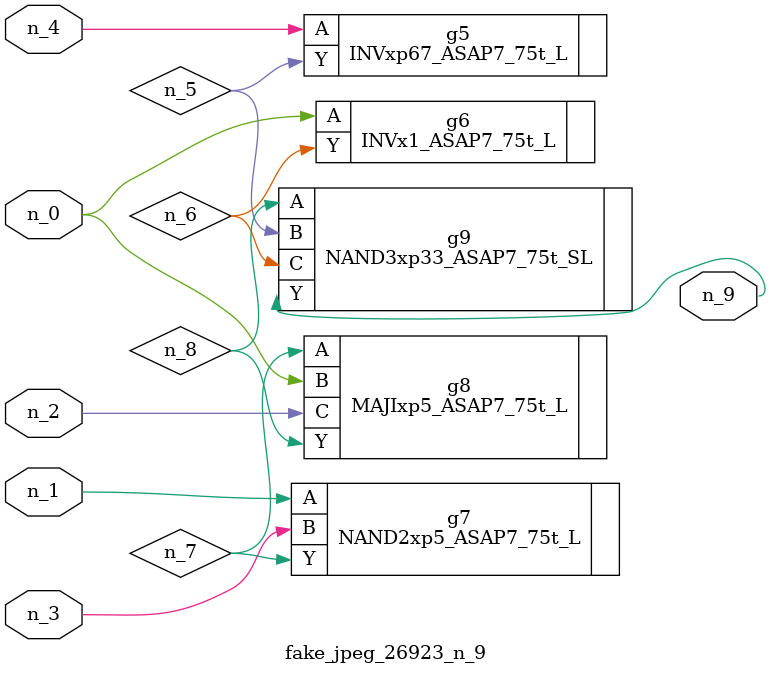
<source format=v>
module fake_jpeg_26923_n_9 (n_3, n_2, n_1, n_0, n_4, n_9);

input n_3;
input n_2;
input n_1;
input n_0;
input n_4;

output n_9;

wire n_8;
wire n_6;
wire n_5;
wire n_7;

INVxp67_ASAP7_75t_L g5 ( 
.A(n_4),
.Y(n_5)
);

INVx1_ASAP7_75t_L g6 ( 
.A(n_0),
.Y(n_6)
);

NAND2xp5_ASAP7_75t_L g7 ( 
.A(n_1),
.B(n_3),
.Y(n_7)
);

MAJIxp5_ASAP7_75t_L g8 ( 
.A(n_7),
.B(n_0),
.C(n_2),
.Y(n_8)
);

NAND3xp33_ASAP7_75t_SL g9 ( 
.A(n_8),
.B(n_5),
.C(n_6),
.Y(n_9)
);


endmodule
</source>
